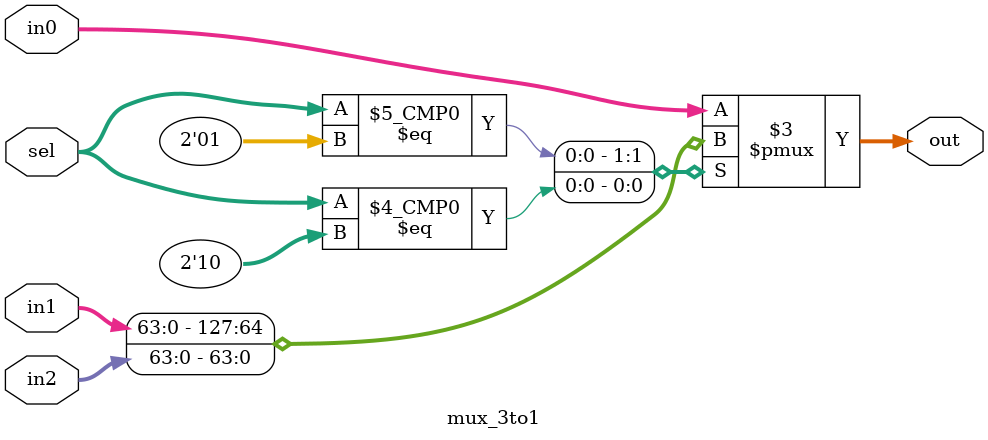
<source format=v>
`timescale 1ns / 1ps


module mux_3to1(sel, in0, in1, in2, out);

input[1:0] sel;
input   [63:0] in0;
input  [63:0] in1;
input  [63:0] in2;
output reg [63:0]  out;


always@(sel, in0, in1, in2)
 case(sel)
  0: out <= in0;
  1: out <= in1;
  2: out <= in2;
  default: out <= in0;
  endcase
endmodule

</source>
